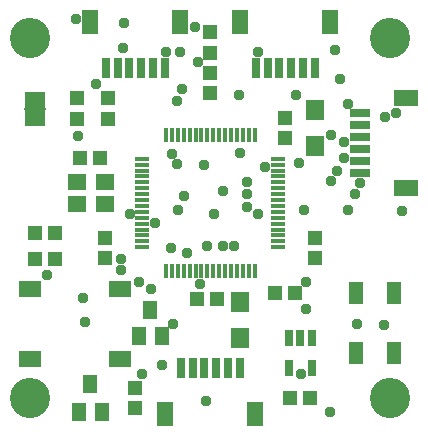
<source format=gbr>
G04 EAGLE Gerber RS-274X export*
G75*
%MOMM*%
%FSLAX34Y34*%
%LPD*%
%INSoldermask Top*%
%IPPOS*%
%AMOC8*
5,1,8,0,0,1.08239X$1,22.5*%
G01*
%ADD10C,3.403200*%
%ADD11R,1.203200X0.423200*%
%ADD12R,0.423200X1.203200*%
%ADD13R,0.803200X1.753200*%
%ADD14R,1.403200X2.003200*%
%ADD15R,1.753200X0.803200*%
%ADD16R,2.003200X1.403200*%
%ADD17R,1.203200X1.303200*%
%ADD18R,1.303200X1.203200*%
%ADD19R,1.603200X1.803200*%
%ADD20R,1.203200X1.854200*%
%ADD21R,1.803400X1.371600*%
%ADD22R,1.828800X0.152400*%
%ADD23R,1.203200X1.603200*%
%ADD24R,0.753200X1.403200*%
%ADD25R,1.983200X1.353200*%
%ADD26R,1.603200X1.403200*%
%ADD27C,0.959600*%


D10*
X25400Y25400D03*
X25400Y330200D03*
X330200Y25400D03*
X330200Y330200D03*
D11*
X120300Y193000D03*
X120300Y188000D03*
X120300Y203000D03*
X120300Y213000D03*
X120300Y223000D03*
X120300Y198000D03*
X120300Y208000D03*
X120300Y218000D03*
X120300Y228000D03*
X120300Y178000D03*
X120300Y168000D03*
X120300Y158000D03*
X120300Y153000D03*
X120300Y163000D03*
X120300Y173000D03*
X120300Y183000D03*
D12*
X175300Y133000D03*
X180300Y133000D03*
X165300Y133000D03*
X155300Y133000D03*
X145300Y133000D03*
X170300Y133000D03*
X160300Y133000D03*
X150300Y133000D03*
X140300Y133000D03*
X190300Y133000D03*
X200300Y133000D03*
X210300Y133000D03*
X215300Y133000D03*
X205300Y133000D03*
X195300Y133000D03*
X185300Y133000D03*
D11*
X235300Y188000D03*
X235300Y193000D03*
X235300Y178000D03*
X235300Y168000D03*
X235300Y158000D03*
X235300Y183000D03*
X235300Y173000D03*
X235300Y163000D03*
X235300Y153000D03*
X235300Y203000D03*
X235300Y213000D03*
X235300Y223000D03*
X235300Y228000D03*
X235300Y218000D03*
X235300Y208000D03*
X235300Y198000D03*
D12*
X180300Y248000D03*
X175300Y248000D03*
X190300Y248000D03*
X200300Y248000D03*
X210300Y248000D03*
X185300Y248000D03*
X195300Y248000D03*
X205300Y248000D03*
X215300Y248000D03*
X165300Y248000D03*
X155300Y248000D03*
X145300Y248000D03*
X140300Y248000D03*
X150300Y248000D03*
X160300Y248000D03*
X170300Y248000D03*
D13*
X202800Y50800D03*
X152800Y50800D03*
X162800Y50800D03*
X172800Y50800D03*
X182800Y50800D03*
X192800Y50800D03*
D14*
X139800Y12050D03*
X215800Y12050D03*
D13*
X216300Y304800D03*
X266300Y304800D03*
X256300Y304800D03*
X246300Y304800D03*
X236300Y304800D03*
X226300Y304800D03*
D14*
X279300Y343550D03*
X203300Y343550D03*
D15*
X304800Y266300D03*
X304800Y216300D03*
X304800Y226300D03*
X304800Y236300D03*
X304800Y246300D03*
X304800Y256300D03*
D16*
X343550Y203300D03*
X343550Y279300D03*
D17*
X29600Y143510D03*
X46600Y143510D03*
D18*
X245500Y25400D03*
X262500Y25400D03*
D17*
X88900Y143900D03*
X88900Y160900D03*
D18*
X166760Y109220D03*
X183760Y109220D03*
D17*
X241300Y245500D03*
X241300Y262500D03*
X91440Y262010D03*
X91440Y279010D03*
D18*
X232800Y114300D03*
X249800Y114300D03*
D19*
X203200Y106440D03*
X203200Y76440D03*
X266700Y239000D03*
X266700Y269000D03*
D20*
X301500Y63130D03*
X301500Y114670D03*
X333500Y114670D03*
X333500Y63130D03*
D13*
X89300Y304800D03*
X139300Y304800D03*
X129300Y304800D03*
X119300Y304800D03*
X109300Y304800D03*
X99300Y304800D03*
D14*
X152300Y343550D03*
X76300Y343550D03*
D21*
X29210Y278130D03*
X29210Y262890D03*
D22*
X29210Y270510D03*
D18*
X46600Y165100D03*
X29600Y165100D03*
D23*
X127000Y99900D03*
X136500Y77900D03*
X117500Y77900D03*
D18*
X64770Y262010D03*
X64770Y279010D03*
X266700Y160900D03*
X266700Y143900D03*
X177800Y283600D03*
X177800Y300600D03*
X177800Y334890D03*
X177800Y317890D03*
D24*
X263500Y76500D03*
X254000Y76500D03*
X244500Y76500D03*
X244500Y50500D03*
X263500Y50500D03*
D18*
X67700Y228600D03*
X84700Y228600D03*
D25*
X25400Y118110D03*
X25400Y58510D03*
X101300Y58510D03*
X101300Y118110D03*
D23*
X76200Y37400D03*
X85700Y13400D03*
X66700Y13400D03*
D18*
X114300Y16900D03*
X114300Y33900D03*
D26*
X64770Y208280D03*
X64770Y189280D03*
X88770Y189280D03*
X88770Y208280D03*
D27*
X254508Y45720D03*
X294132Y184404D03*
X326136Y263652D03*
X80772Y291084D03*
X144780Y152400D03*
X169164Y121920D03*
X109728Y181356D03*
X65532Y246888D03*
X340360Y184150D03*
X152400Y318770D03*
X173990Y22860D03*
X325120Y87630D03*
X304800Y207264D03*
X280416Y248412D03*
X217932Y318516D03*
X145288Y232410D03*
X167386Y309880D03*
X39624Y129540D03*
X291084Y228600D03*
X224028Y220980D03*
X252984Y224028D03*
X291084Y242316D03*
X181356Y181356D03*
X120396Y45720D03*
X208534Y208534D03*
X149634Y276860D03*
X149634Y223520D03*
X172085Y222885D03*
X209296Y198120D03*
X153924Y287274D03*
X217932Y181356D03*
X278892Y13716D03*
X284988Y217932D03*
X71628Y89916D03*
X137160Y53340D03*
X188976Y153924D03*
X257556Y184404D03*
X198120Y153924D03*
X280416Y208788D03*
X102108Y134112D03*
X128016Y117348D03*
X158496Y147828D03*
X155448Y196596D03*
X117348Y123444D03*
X102108Y143256D03*
X150876Y184404D03*
X202692Y233172D03*
X300228Y198120D03*
X335280Y266700D03*
X288036Y295656D03*
X202438Y281940D03*
X250444Y281940D03*
X294132Y274320D03*
X131064Y173736D03*
X188976Y200914D03*
X259080Y123444D03*
X259080Y100584D03*
X164592Y339852D03*
X64008Y345948D03*
X103632Y321818D03*
X104394Y342900D03*
X140208Y318516D03*
X70104Y109728D03*
X301752Y88392D03*
X283464Y319786D03*
X208788Y187452D03*
X175260Y153924D03*
X146304Y88392D03*
M02*

</source>
